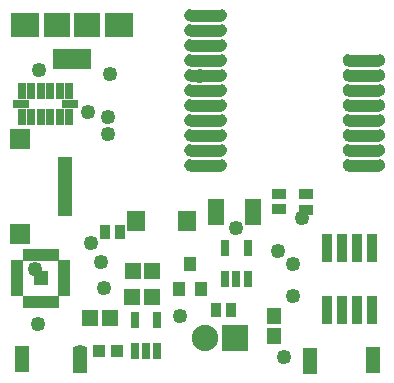
<source format=gts>
G04 MADE WITH FRITZING*
G04 WWW.FRITZING.ORG*
G04 DOUBLE SIDED*
G04 HOLES PLATED*
G04 CONTOUR ON CENTER OF CONTOUR VECTOR*
%ASAXBY*%
%FSLAX23Y23*%
%MOIN*%
%OFA0B0*%
%SFA1.0B1.0*%
%ADD10C,0.088000*%
%ADD11C,0.049370*%
%ADD12R,0.088000X0.088000*%
%ADD13R,0.041496X0.045433*%
%ADD14R,0.057244X0.088740*%
%ADD15R,0.060000X0.067874*%
%ADD16R,0.057244X0.053307*%
%ADD17R,0.041496X0.041496*%
%ADD18R,0.031654X0.057244*%
%ADD19R,0.037559X0.045433*%
%ADD20R,0.029685X0.057244*%
%ADD21R,0.057244X0.029685*%
%ADD22R,0.021811X0.041496*%
%ADD23R,0.041496X0.021811*%
%ADD24R,0.049370X0.049370*%
%ADD25R,0.034000X0.097000*%
%ADD26R,0.045433X0.037559*%
%ADD27R,0.049370X0.088740*%
%ADD28R,0.025748X0.065118*%
%ADD29R,0.088740X0.084803*%
%ADD30R,0.096614X0.084803*%
%ADD31R,0.049370X0.019843*%
%ADD32R,0.069055X0.069055*%
%ADD33R,0.110000X0.042000*%
%ADD34R,0.049370X0.053307*%
%ADD35R,0.001000X0.001000*%
%LNMASK1*%
G90*
G70*
G54D10*
X755Y129D03*
X655Y129D03*
G54D11*
X638Y1002D03*
X757Y496D03*
X978Y529D03*
X948Y375D03*
X897Y419D03*
X274Y445D03*
X947Y268D03*
X308Y382D03*
X317Y296D03*
X336Y1009D03*
X264Y883D03*
X330Y808D03*
X101Y1020D03*
X331Y864D03*
X238Y82D03*
X96Y175D03*
X918Y66D03*
X570Y202D03*
X87Y357D03*
G54D12*
X755Y129D03*
G54D13*
X567Y291D03*
X641Y291D03*
X604Y374D03*
G54D14*
X689Y549D03*
X815Y549D03*
G54D15*
X423Y519D03*
X593Y519D03*
G54D16*
X409Y264D03*
X476Y264D03*
X338Y195D03*
X271Y195D03*
G54D17*
X359Y86D03*
X300Y86D03*
G54D16*
X478Y351D03*
X412Y351D03*
G54D18*
X420Y86D03*
X458Y86D03*
X495Y86D03*
X495Y188D03*
X420Y188D03*
G54D19*
X690Y222D03*
X741Y222D03*
G54D20*
X43Y952D03*
X74Y952D03*
X106Y952D03*
X137Y952D03*
X169Y952D03*
X200Y952D03*
G54D21*
X204Y909D03*
G54D20*
X200Y866D03*
X169Y866D03*
X137Y866D03*
X106Y866D03*
X74Y866D03*
X43Y866D03*
G54D21*
X39Y909D03*
G54D22*
X156Y406D03*
X136Y406D03*
X117Y406D03*
X97Y406D03*
X77Y406D03*
X57Y406D03*
G54D23*
X28Y377D03*
X28Y357D03*
X28Y337D03*
X28Y318D03*
X28Y298D03*
X28Y278D03*
G54D22*
X57Y249D03*
X77Y249D03*
X97Y249D03*
X117Y249D03*
X136Y249D03*
X156Y249D03*
G54D23*
X185Y278D03*
X185Y298D03*
X185Y318D03*
X185Y337D03*
X185Y357D03*
X185Y377D03*
G54D24*
X107Y327D03*
G54D25*
X1061Y222D03*
X1111Y222D03*
X1161Y222D03*
X1211Y222D03*
X1211Y428D03*
X1161Y428D03*
X1111Y428D03*
X1061Y428D03*
G54D19*
X320Y481D03*
X371Y481D03*
G54D26*
X989Y556D03*
X989Y607D03*
G54D27*
X237Y55D03*
X43Y57D03*
X1214Y55D03*
X1005Y53D03*
G54D28*
X210Y1058D03*
X236Y1058D03*
X261Y1058D03*
X185Y1058D03*
X159Y1058D03*
G54D29*
X259Y1170D03*
X161Y1170D03*
G54D30*
X368Y1170D03*
X53Y1170D03*
G54D26*
X901Y558D03*
X901Y609D03*
G54D31*
X187Y722D03*
X187Y702D03*
X187Y682D03*
X187Y662D03*
X187Y643D03*
X187Y623D03*
X187Y603D03*
X187Y584D03*
X187Y564D03*
X187Y544D03*
G54D32*
X36Y790D03*
X36Y475D03*
G54D33*
X1184Y703D03*
X1184Y753D03*
X1184Y803D03*
X1184Y853D03*
X1184Y903D03*
X1184Y953D03*
X1184Y1003D03*
X1184Y1053D03*
X656Y1203D03*
X656Y1153D03*
X656Y1103D03*
X656Y1053D03*
X656Y1003D03*
X656Y953D03*
X656Y903D03*
X656Y853D03*
X656Y803D03*
X656Y753D03*
X656Y703D03*
G54D18*
X721Y325D03*
X758Y325D03*
X796Y325D03*
X796Y428D03*
X721Y428D03*
G54D34*
X884Y202D03*
X884Y135D03*
G54D35*
X601Y1224D02*
X605Y1224D01*
X706Y1224D02*
X710Y1224D01*
X598Y1223D02*
X605Y1223D01*
X706Y1223D02*
X713Y1223D01*
X596Y1222D02*
X605Y1222D01*
X706Y1222D02*
X715Y1222D01*
X594Y1221D02*
X605Y1221D01*
X706Y1221D02*
X716Y1221D01*
X593Y1220D02*
X605Y1220D01*
X706Y1220D02*
X718Y1220D01*
X592Y1219D02*
X605Y1219D01*
X706Y1219D02*
X719Y1219D01*
X591Y1218D02*
X605Y1218D01*
X706Y1218D02*
X720Y1218D01*
X590Y1217D02*
X605Y1217D01*
X706Y1217D02*
X721Y1217D01*
X589Y1216D02*
X605Y1216D01*
X706Y1216D02*
X721Y1216D01*
X589Y1215D02*
X605Y1215D01*
X706Y1215D02*
X722Y1215D01*
X588Y1214D02*
X605Y1214D01*
X706Y1214D02*
X723Y1214D01*
X587Y1213D02*
X605Y1213D01*
X706Y1213D02*
X723Y1213D01*
X587Y1212D02*
X605Y1212D01*
X706Y1212D02*
X724Y1212D01*
X586Y1211D02*
X605Y1211D01*
X706Y1211D02*
X724Y1211D01*
X586Y1210D02*
X605Y1210D01*
X706Y1210D02*
X725Y1210D01*
X586Y1209D02*
X605Y1209D01*
X706Y1209D02*
X725Y1209D01*
X585Y1208D02*
X605Y1208D01*
X706Y1208D02*
X725Y1208D01*
X585Y1207D02*
X605Y1207D01*
X706Y1207D02*
X726Y1207D01*
X585Y1206D02*
X605Y1206D01*
X706Y1206D02*
X726Y1206D01*
X585Y1205D02*
X605Y1205D01*
X706Y1205D02*
X726Y1205D01*
X585Y1204D02*
X605Y1204D01*
X706Y1204D02*
X726Y1204D01*
X585Y1203D02*
X605Y1203D01*
X706Y1203D02*
X726Y1203D01*
X585Y1202D02*
X605Y1202D01*
X706Y1202D02*
X726Y1202D01*
X585Y1201D02*
X605Y1201D01*
X706Y1201D02*
X726Y1201D01*
X585Y1200D02*
X605Y1200D01*
X706Y1200D02*
X725Y1200D01*
X586Y1199D02*
X605Y1199D01*
X706Y1199D02*
X725Y1199D01*
X586Y1198D02*
X605Y1198D01*
X706Y1198D02*
X725Y1198D01*
X586Y1197D02*
X605Y1197D01*
X706Y1197D02*
X724Y1197D01*
X587Y1196D02*
X605Y1196D01*
X706Y1196D02*
X724Y1196D01*
X587Y1195D02*
X605Y1195D01*
X706Y1195D02*
X724Y1195D01*
X588Y1194D02*
X605Y1194D01*
X706Y1194D02*
X723Y1194D01*
X588Y1193D02*
X605Y1193D01*
X706Y1193D02*
X722Y1193D01*
X589Y1192D02*
X605Y1192D01*
X706Y1192D02*
X722Y1192D01*
X590Y1191D02*
X605Y1191D01*
X706Y1191D02*
X721Y1191D01*
X591Y1190D02*
X605Y1190D01*
X706Y1190D02*
X720Y1190D01*
X592Y1189D02*
X605Y1189D01*
X706Y1189D02*
X719Y1189D01*
X593Y1188D02*
X605Y1188D01*
X706Y1188D02*
X718Y1188D01*
X594Y1187D02*
X605Y1187D01*
X706Y1187D02*
X717Y1187D01*
X596Y1186D02*
X605Y1186D01*
X706Y1186D02*
X715Y1186D01*
X597Y1185D02*
X605Y1185D01*
X706Y1185D02*
X713Y1185D01*
X600Y1184D02*
X605Y1184D01*
X706Y1184D02*
X711Y1184D01*
X604Y1183D02*
X605Y1183D01*
X706Y1183D02*
X707Y1183D01*
X601Y1174D02*
X605Y1174D01*
X706Y1174D02*
X710Y1174D01*
X598Y1173D02*
X605Y1173D01*
X706Y1173D02*
X713Y1173D01*
X596Y1172D02*
X605Y1172D01*
X706Y1172D02*
X715Y1172D01*
X594Y1171D02*
X605Y1171D01*
X706Y1171D02*
X716Y1171D01*
X593Y1170D02*
X605Y1170D01*
X706Y1170D02*
X718Y1170D01*
X592Y1169D02*
X605Y1169D01*
X706Y1169D02*
X719Y1169D01*
X591Y1168D02*
X605Y1168D01*
X706Y1168D02*
X720Y1168D01*
X590Y1167D02*
X605Y1167D01*
X706Y1167D02*
X721Y1167D01*
X589Y1166D02*
X605Y1166D01*
X706Y1166D02*
X721Y1166D01*
X589Y1165D02*
X605Y1165D01*
X706Y1165D02*
X722Y1165D01*
X588Y1164D02*
X605Y1164D01*
X706Y1164D02*
X723Y1164D01*
X587Y1163D02*
X605Y1163D01*
X706Y1163D02*
X723Y1163D01*
X587Y1162D02*
X605Y1162D01*
X706Y1162D02*
X724Y1162D01*
X586Y1161D02*
X605Y1161D01*
X706Y1161D02*
X724Y1161D01*
X586Y1160D02*
X605Y1160D01*
X706Y1160D02*
X725Y1160D01*
X586Y1159D02*
X605Y1159D01*
X706Y1159D02*
X725Y1159D01*
X585Y1158D02*
X605Y1158D01*
X706Y1158D02*
X725Y1158D01*
X585Y1157D02*
X605Y1157D01*
X706Y1157D02*
X726Y1157D01*
X585Y1156D02*
X605Y1156D01*
X706Y1156D02*
X726Y1156D01*
X585Y1155D02*
X605Y1155D01*
X706Y1155D02*
X726Y1155D01*
X585Y1154D02*
X605Y1154D01*
X706Y1154D02*
X726Y1154D01*
X585Y1153D02*
X605Y1153D01*
X706Y1153D02*
X726Y1153D01*
X585Y1152D02*
X605Y1152D01*
X706Y1152D02*
X726Y1152D01*
X585Y1151D02*
X605Y1151D01*
X706Y1151D02*
X726Y1151D01*
X585Y1150D02*
X605Y1150D01*
X706Y1150D02*
X725Y1150D01*
X586Y1149D02*
X605Y1149D01*
X706Y1149D02*
X725Y1149D01*
X586Y1148D02*
X605Y1148D01*
X706Y1148D02*
X725Y1148D01*
X586Y1147D02*
X605Y1147D01*
X706Y1147D02*
X724Y1147D01*
X587Y1146D02*
X605Y1146D01*
X706Y1146D02*
X724Y1146D01*
X587Y1145D02*
X605Y1145D01*
X706Y1145D02*
X724Y1145D01*
X588Y1144D02*
X605Y1144D01*
X706Y1144D02*
X723Y1144D01*
X588Y1143D02*
X605Y1143D01*
X706Y1143D02*
X722Y1143D01*
X589Y1142D02*
X605Y1142D01*
X706Y1142D02*
X722Y1142D01*
X590Y1141D02*
X605Y1141D01*
X706Y1141D02*
X721Y1141D01*
X591Y1140D02*
X605Y1140D01*
X706Y1140D02*
X720Y1140D01*
X592Y1139D02*
X605Y1139D01*
X706Y1139D02*
X719Y1139D01*
X593Y1138D02*
X605Y1138D01*
X706Y1138D02*
X718Y1138D01*
X594Y1137D02*
X605Y1137D01*
X706Y1137D02*
X717Y1137D01*
X596Y1136D02*
X605Y1136D01*
X706Y1136D02*
X715Y1136D01*
X597Y1135D02*
X605Y1135D01*
X706Y1135D02*
X713Y1135D01*
X600Y1134D02*
X605Y1134D01*
X706Y1134D02*
X711Y1134D01*
X604Y1133D02*
X605Y1133D01*
X706Y1133D02*
X707Y1133D01*
X601Y1124D02*
X605Y1124D01*
X706Y1124D02*
X710Y1124D01*
X598Y1123D02*
X605Y1123D01*
X706Y1123D02*
X713Y1123D01*
X596Y1122D02*
X605Y1122D01*
X706Y1122D02*
X715Y1122D01*
X594Y1121D02*
X605Y1121D01*
X706Y1121D02*
X716Y1121D01*
X593Y1120D02*
X605Y1120D01*
X706Y1120D02*
X718Y1120D01*
X592Y1119D02*
X605Y1119D01*
X706Y1119D02*
X719Y1119D01*
X591Y1118D02*
X605Y1118D01*
X706Y1118D02*
X720Y1118D01*
X590Y1117D02*
X605Y1117D01*
X706Y1117D02*
X721Y1117D01*
X589Y1116D02*
X605Y1116D01*
X706Y1116D02*
X722Y1116D01*
X588Y1115D02*
X605Y1115D01*
X706Y1115D02*
X722Y1115D01*
X588Y1114D02*
X605Y1114D01*
X706Y1114D02*
X723Y1114D01*
X587Y1113D02*
X605Y1113D01*
X706Y1113D02*
X723Y1113D01*
X587Y1112D02*
X605Y1112D01*
X706Y1112D02*
X724Y1112D01*
X586Y1111D02*
X605Y1111D01*
X706Y1111D02*
X724Y1111D01*
X586Y1110D02*
X605Y1110D01*
X706Y1110D02*
X725Y1110D01*
X586Y1109D02*
X605Y1109D01*
X706Y1109D02*
X725Y1109D01*
X585Y1108D02*
X605Y1108D01*
X706Y1108D02*
X725Y1108D01*
X585Y1107D02*
X605Y1107D01*
X706Y1107D02*
X726Y1107D01*
X585Y1106D02*
X605Y1106D01*
X706Y1106D02*
X726Y1106D01*
X585Y1105D02*
X605Y1105D01*
X706Y1105D02*
X726Y1105D01*
X585Y1104D02*
X605Y1104D01*
X706Y1104D02*
X726Y1104D01*
X585Y1103D02*
X605Y1103D01*
X706Y1103D02*
X726Y1103D01*
X585Y1102D02*
X605Y1102D01*
X706Y1102D02*
X726Y1102D01*
X585Y1101D02*
X605Y1101D01*
X706Y1101D02*
X726Y1101D01*
X585Y1100D02*
X605Y1100D01*
X706Y1100D02*
X725Y1100D01*
X586Y1099D02*
X605Y1099D01*
X706Y1099D02*
X725Y1099D01*
X586Y1098D02*
X605Y1098D01*
X706Y1098D02*
X725Y1098D01*
X586Y1097D02*
X605Y1097D01*
X706Y1097D02*
X724Y1097D01*
X587Y1096D02*
X605Y1096D01*
X706Y1096D02*
X724Y1096D01*
X587Y1095D02*
X605Y1095D01*
X706Y1095D02*
X723Y1095D01*
X588Y1094D02*
X605Y1094D01*
X706Y1094D02*
X723Y1094D01*
X588Y1093D02*
X605Y1093D01*
X706Y1093D02*
X722Y1093D01*
X589Y1092D02*
X605Y1092D01*
X706Y1092D02*
X722Y1092D01*
X590Y1091D02*
X605Y1091D01*
X706Y1091D02*
X721Y1091D01*
X591Y1090D02*
X605Y1090D01*
X706Y1090D02*
X720Y1090D01*
X592Y1089D02*
X605Y1089D01*
X706Y1089D02*
X719Y1089D01*
X593Y1088D02*
X605Y1088D01*
X706Y1088D02*
X718Y1088D01*
X594Y1087D02*
X605Y1087D01*
X706Y1087D02*
X717Y1087D01*
X596Y1086D02*
X605Y1086D01*
X706Y1086D02*
X715Y1086D01*
X597Y1085D02*
X605Y1085D01*
X706Y1085D02*
X713Y1085D01*
X600Y1084D02*
X605Y1084D01*
X706Y1084D02*
X711Y1084D01*
X605Y1083D02*
X605Y1083D01*
X706Y1083D02*
X706Y1083D01*
X600Y1074D02*
X605Y1074D01*
X706Y1074D02*
X710Y1074D01*
X1128Y1074D02*
X1133Y1074D01*
X1233Y1074D02*
X1238Y1074D01*
X598Y1073D02*
X605Y1073D01*
X706Y1073D02*
X713Y1073D01*
X1125Y1073D02*
X1133Y1073D01*
X1233Y1073D02*
X1241Y1073D01*
X596Y1072D02*
X605Y1072D01*
X706Y1072D02*
X715Y1072D01*
X1124Y1072D02*
X1133Y1072D01*
X1233Y1072D02*
X1242Y1072D01*
X594Y1071D02*
X605Y1071D01*
X706Y1071D02*
X716Y1071D01*
X1122Y1071D02*
X1133Y1071D01*
X1233Y1071D02*
X1244Y1071D01*
X593Y1070D02*
X605Y1070D01*
X706Y1070D02*
X718Y1070D01*
X1121Y1070D02*
X1133Y1070D01*
X1233Y1070D02*
X1245Y1070D01*
X592Y1069D02*
X605Y1069D01*
X706Y1069D02*
X719Y1069D01*
X1120Y1069D02*
X1133Y1069D01*
X1233Y1069D02*
X1247Y1069D01*
X591Y1068D02*
X605Y1068D01*
X706Y1068D02*
X720Y1068D01*
X1119Y1068D02*
X1133Y1068D01*
X1233Y1068D02*
X1248Y1068D01*
X590Y1067D02*
X605Y1067D01*
X706Y1067D02*
X721Y1067D01*
X1118Y1067D02*
X1133Y1067D01*
X1233Y1067D02*
X1248Y1067D01*
X589Y1066D02*
X605Y1066D01*
X706Y1066D02*
X722Y1066D01*
X1117Y1066D02*
X1133Y1066D01*
X1233Y1066D02*
X1249Y1066D01*
X588Y1065D02*
X605Y1065D01*
X706Y1065D02*
X722Y1065D01*
X1116Y1065D02*
X1133Y1065D01*
X1233Y1065D02*
X1250Y1065D01*
X588Y1064D02*
X605Y1064D01*
X706Y1064D02*
X723Y1064D01*
X1116Y1064D02*
X1133Y1064D01*
X1233Y1064D02*
X1250Y1064D01*
X587Y1063D02*
X605Y1063D01*
X706Y1063D02*
X723Y1063D01*
X1115Y1063D02*
X1133Y1063D01*
X1233Y1063D02*
X1251Y1063D01*
X587Y1062D02*
X605Y1062D01*
X706Y1062D02*
X724Y1062D01*
X1114Y1062D02*
X1133Y1062D01*
X1233Y1062D02*
X1252Y1062D01*
X586Y1061D02*
X605Y1061D01*
X706Y1061D02*
X724Y1061D01*
X1114Y1061D02*
X1133Y1061D01*
X1233Y1061D02*
X1252Y1061D01*
X586Y1060D02*
X605Y1060D01*
X706Y1060D02*
X725Y1060D01*
X1114Y1060D02*
X1133Y1060D01*
X1233Y1060D02*
X1252Y1060D01*
X586Y1059D02*
X605Y1059D01*
X706Y1059D02*
X725Y1059D01*
X1113Y1059D02*
X1133Y1059D01*
X1233Y1059D02*
X1253Y1059D01*
X585Y1058D02*
X605Y1058D01*
X706Y1058D02*
X725Y1058D01*
X1113Y1058D02*
X1133Y1058D01*
X1233Y1058D02*
X1253Y1058D01*
X585Y1057D02*
X605Y1057D01*
X706Y1057D02*
X726Y1057D01*
X1113Y1057D02*
X1133Y1057D01*
X1233Y1057D02*
X1253Y1057D01*
X585Y1056D02*
X605Y1056D01*
X706Y1056D02*
X726Y1056D01*
X1113Y1056D02*
X1133Y1056D01*
X1233Y1056D02*
X1253Y1056D01*
X585Y1055D02*
X605Y1055D01*
X706Y1055D02*
X726Y1055D01*
X1113Y1055D02*
X1133Y1055D01*
X1233Y1055D02*
X1253Y1055D01*
X585Y1054D02*
X605Y1054D01*
X706Y1054D02*
X726Y1054D01*
X1113Y1054D02*
X1133Y1054D01*
X1233Y1054D02*
X1253Y1054D01*
X585Y1053D02*
X605Y1053D01*
X706Y1053D02*
X726Y1053D01*
X1113Y1053D02*
X1133Y1053D01*
X1233Y1053D02*
X1253Y1053D01*
X585Y1052D02*
X605Y1052D01*
X706Y1052D02*
X726Y1052D01*
X1113Y1052D02*
X1133Y1052D01*
X1233Y1052D02*
X1253Y1052D01*
X585Y1051D02*
X605Y1051D01*
X706Y1051D02*
X726Y1051D01*
X1113Y1051D02*
X1133Y1051D01*
X1233Y1051D02*
X1253Y1051D01*
X585Y1050D02*
X605Y1050D01*
X706Y1050D02*
X725Y1050D01*
X1113Y1050D02*
X1133Y1050D01*
X1233Y1050D02*
X1253Y1050D01*
X586Y1049D02*
X605Y1049D01*
X706Y1049D02*
X725Y1049D01*
X1113Y1049D02*
X1133Y1049D01*
X1233Y1049D02*
X1253Y1049D01*
X586Y1048D02*
X605Y1048D01*
X706Y1048D02*
X725Y1048D01*
X1114Y1048D02*
X1133Y1048D01*
X1233Y1048D02*
X1252Y1048D01*
X586Y1047D02*
X605Y1047D01*
X706Y1047D02*
X724Y1047D01*
X1114Y1047D02*
X1133Y1047D01*
X1233Y1047D02*
X1252Y1047D01*
X587Y1046D02*
X605Y1046D01*
X706Y1046D02*
X724Y1046D01*
X1114Y1046D02*
X1133Y1046D01*
X1233Y1046D02*
X1252Y1046D01*
X587Y1045D02*
X605Y1045D01*
X706Y1045D02*
X723Y1045D01*
X1115Y1045D02*
X1133Y1045D01*
X1233Y1045D02*
X1251Y1045D01*
X588Y1044D02*
X605Y1044D01*
X706Y1044D02*
X723Y1044D01*
X1115Y1044D02*
X1133Y1044D01*
X1233Y1044D02*
X1251Y1044D01*
X588Y1043D02*
X605Y1043D01*
X706Y1043D02*
X722Y1043D01*
X1116Y1043D02*
X1133Y1043D01*
X1233Y1043D02*
X1250Y1043D01*
X589Y1042D02*
X605Y1042D01*
X706Y1042D02*
X722Y1042D01*
X1117Y1042D02*
X1133Y1042D01*
X1233Y1042D02*
X1249Y1042D01*
X590Y1041D02*
X605Y1041D01*
X706Y1041D02*
X721Y1041D01*
X1118Y1041D02*
X1133Y1041D01*
X1233Y1041D02*
X1248Y1041D01*
X591Y1040D02*
X605Y1040D01*
X706Y1040D02*
X720Y1040D01*
X1118Y1040D02*
X1133Y1040D01*
X1233Y1040D02*
X1248Y1040D01*
X592Y1039D02*
X605Y1039D01*
X706Y1039D02*
X719Y1039D01*
X1119Y1039D02*
X1133Y1039D01*
X1233Y1039D02*
X1247Y1039D01*
X593Y1038D02*
X605Y1038D01*
X706Y1038D02*
X718Y1038D01*
X1121Y1038D02*
X1133Y1038D01*
X1233Y1038D02*
X1245Y1038D01*
X594Y1037D02*
X605Y1037D01*
X706Y1037D02*
X717Y1037D01*
X1122Y1037D02*
X1133Y1037D01*
X1233Y1037D02*
X1244Y1037D01*
X596Y1036D02*
X605Y1036D01*
X706Y1036D02*
X715Y1036D01*
X1123Y1036D02*
X1133Y1036D01*
X1233Y1036D02*
X1243Y1036D01*
X598Y1035D02*
X605Y1035D01*
X706Y1035D02*
X713Y1035D01*
X1125Y1035D02*
X1133Y1035D01*
X1233Y1035D02*
X1241Y1035D01*
X600Y1034D02*
X605Y1034D01*
X706Y1034D02*
X711Y1034D01*
X1128Y1034D02*
X1133Y1034D01*
X1233Y1034D02*
X1238Y1034D01*
X706Y1033D02*
X706Y1033D01*
X600Y1024D02*
X605Y1024D01*
X706Y1024D02*
X710Y1024D01*
X1128Y1024D02*
X1133Y1024D01*
X1233Y1024D02*
X1238Y1024D01*
X598Y1023D02*
X605Y1023D01*
X706Y1023D02*
X713Y1023D01*
X1125Y1023D02*
X1133Y1023D01*
X1233Y1023D02*
X1241Y1023D01*
X596Y1022D02*
X605Y1022D01*
X706Y1022D02*
X715Y1022D01*
X1124Y1022D02*
X1133Y1022D01*
X1233Y1022D02*
X1243Y1022D01*
X594Y1021D02*
X605Y1021D01*
X706Y1021D02*
X717Y1021D01*
X1122Y1021D02*
X1133Y1021D01*
X1233Y1021D02*
X1244Y1021D01*
X593Y1020D02*
X605Y1020D01*
X706Y1020D02*
X718Y1020D01*
X1121Y1020D02*
X1133Y1020D01*
X1233Y1020D02*
X1245Y1020D01*
X592Y1019D02*
X605Y1019D01*
X706Y1019D02*
X719Y1019D01*
X1119Y1019D02*
X1133Y1019D01*
X1233Y1019D02*
X1247Y1019D01*
X591Y1018D02*
X605Y1018D01*
X706Y1018D02*
X720Y1018D01*
X1118Y1018D02*
X1133Y1018D01*
X1233Y1018D02*
X1248Y1018D01*
X590Y1017D02*
X605Y1017D01*
X706Y1017D02*
X721Y1017D01*
X1118Y1017D02*
X1133Y1017D01*
X1233Y1017D02*
X1248Y1017D01*
X589Y1016D02*
X605Y1016D01*
X706Y1016D02*
X722Y1016D01*
X1117Y1016D02*
X1133Y1016D01*
X1233Y1016D02*
X1249Y1016D01*
X588Y1015D02*
X605Y1015D01*
X706Y1015D02*
X722Y1015D01*
X1116Y1015D02*
X1133Y1015D01*
X1233Y1015D02*
X1250Y1015D01*
X588Y1014D02*
X605Y1014D01*
X706Y1014D02*
X723Y1014D01*
X1116Y1014D02*
X1133Y1014D01*
X1233Y1014D02*
X1251Y1014D01*
X587Y1013D02*
X605Y1013D01*
X706Y1013D02*
X723Y1013D01*
X1115Y1013D02*
X1133Y1013D01*
X1233Y1013D02*
X1251Y1013D01*
X587Y1012D02*
X605Y1012D01*
X706Y1012D02*
X724Y1012D01*
X1114Y1012D02*
X1133Y1012D01*
X1233Y1012D02*
X1252Y1012D01*
X586Y1011D02*
X605Y1011D01*
X706Y1011D02*
X724Y1011D01*
X1114Y1011D02*
X1133Y1011D01*
X1233Y1011D02*
X1252Y1011D01*
X586Y1010D02*
X605Y1010D01*
X706Y1010D02*
X725Y1010D01*
X1114Y1010D02*
X1133Y1010D01*
X1233Y1010D02*
X1252Y1010D01*
X586Y1009D02*
X605Y1009D01*
X706Y1009D02*
X725Y1009D01*
X1113Y1009D02*
X1133Y1009D01*
X1233Y1009D02*
X1253Y1009D01*
X585Y1008D02*
X605Y1008D01*
X706Y1008D02*
X725Y1008D01*
X1113Y1008D02*
X1133Y1008D01*
X1233Y1008D02*
X1253Y1008D01*
X585Y1007D02*
X605Y1007D01*
X706Y1007D02*
X726Y1007D01*
X1113Y1007D02*
X1133Y1007D01*
X1233Y1007D02*
X1253Y1007D01*
X585Y1006D02*
X605Y1006D01*
X706Y1006D02*
X726Y1006D01*
X1113Y1006D02*
X1133Y1006D01*
X1233Y1006D02*
X1253Y1006D01*
X585Y1005D02*
X605Y1005D01*
X706Y1005D02*
X726Y1005D01*
X1113Y1005D02*
X1133Y1005D01*
X1233Y1005D02*
X1253Y1005D01*
X585Y1004D02*
X605Y1004D01*
X706Y1004D02*
X726Y1004D01*
X1113Y1004D02*
X1133Y1004D01*
X1233Y1004D02*
X1253Y1004D01*
X585Y1003D02*
X605Y1003D01*
X706Y1003D02*
X726Y1003D01*
X1113Y1003D02*
X1133Y1003D01*
X1233Y1003D02*
X1253Y1003D01*
X585Y1002D02*
X605Y1002D01*
X706Y1002D02*
X726Y1002D01*
X1113Y1002D02*
X1133Y1002D01*
X1233Y1002D02*
X1253Y1002D01*
X585Y1001D02*
X605Y1001D01*
X706Y1001D02*
X726Y1001D01*
X1113Y1001D02*
X1133Y1001D01*
X1233Y1001D02*
X1253Y1001D01*
X585Y1000D02*
X605Y1000D01*
X706Y1000D02*
X725Y1000D01*
X1113Y1000D02*
X1133Y1000D01*
X1233Y1000D02*
X1253Y1000D01*
X586Y999D02*
X605Y999D01*
X706Y999D02*
X725Y999D01*
X1113Y999D02*
X1133Y999D01*
X1233Y999D02*
X1253Y999D01*
X586Y998D02*
X605Y998D01*
X706Y998D02*
X725Y998D01*
X1114Y998D02*
X1133Y998D01*
X1233Y998D02*
X1252Y998D01*
X586Y997D02*
X605Y997D01*
X706Y997D02*
X724Y997D01*
X1114Y997D02*
X1133Y997D01*
X1233Y997D02*
X1252Y997D01*
X587Y996D02*
X605Y996D01*
X706Y996D02*
X724Y996D01*
X1114Y996D02*
X1133Y996D01*
X1233Y996D02*
X1252Y996D01*
X587Y995D02*
X605Y995D01*
X706Y995D02*
X723Y995D01*
X1115Y995D02*
X1133Y995D01*
X1233Y995D02*
X1251Y995D01*
X588Y994D02*
X605Y994D01*
X706Y994D02*
X723Y994D01*
X1116Y994D02*
X1133Y994D01*
X1233Y994D02*
X1251Y994D01*
X588Y993D02*
X605Y993D01*
X706Y993D02*
X722Y993D01*
X1116Y993D02*
X1133Y993D01*
X1233Y993D02*
X1250Y993D01*
X589Y992D02*
X605Y992D01*
X706Y992D02*
X722Y992D01*
X1117Y992D02*
X1133Y992D01*
X1233Y992D02*
X1249Y992D01*
X590Y991D02*
X605Y991D01*
X706Y991D02*
X721Y991D01*
X1118Y991D02*
X1133Y991D01*
X1233Y991D02*
X1248Y991D01*
X591Y990D02*
X605Y990D01*
X706Y990D02*
X720Y990D01*
X1118Y990D02*
X1133Y990D01*
X1233Y990D02*
X1248Y990D01*
X592Y989D02*
X605Y989D01*
X706Y989D02*
X719Y989D01*
X1119Y989D02*
X1133Y989D01*
X1233Y989D02*
X1247Y989D01*
X593Y988D02*
X605Y988D01*
X706Y988D02*
X718Y988D01*
X1121Y988D02*
X1133Y988D01*
X1233Y988D02*
X1245Y988D01*
X594Y987D02*
X605Y987D01*
X706Y987D02*
X717Y987D01*
X1122Y987D02*
X1133Y987D01*
X1233Y987D02*
X1244Y987D01*
X596Y986D02*
X605Y986D01*
X706Y986D02*
X715Y986D01*
X1123Y986D02*
X1133Y986D01*
X1233Y986D02*
X1243Y986D01*
X598Y985D02*
X605Y985D01*
X706Y985D02*
X713Y985D01*
X1125Y985D02*
X1133Y985D01*
X1233Y985D02*
X1241Y985D01*
X600Y984D02*
X605Y984D01*
X706Y984D02*
X711Y984D01*
X1128Y984D02*
X1133Y984D01*
X1233Y984D02*
X1238Y984D01*
X600Y974D02*
X605Y974D01*
X706Y974D02*
X711Y974D01*
X1128Y974D02*
X1133Y974D01*
X1233Y974D02*
X1238Y974D01*
X598Y973D02*
X605Y973D01*
X706Y973D02*
X713Y973D01*
X1125Y973D02*
X1133Y973D01*
X1233Y973D02*
X1241Y973D01*
X596Y972D02*
X605Y972D01*
X706Y972D02*
X715Y972D01*
X1123Y972D02*
X1133Y972D01*
X1233Y972D02*
X1243Y972D01*
X594Y971D02*
X605Y971D01*
X706Y971D02*
X717Y971D01*
X1122Y971D02*
X1133Y971D01*
X1233Y971D02*
X1244Y971D01*
X593Y970D02*
X605Y970D01*
X706Y970D02*
X718Y970D01*
X1121Y970D02*
X1133Y970D01*
X1233Y970D02*
X1245Y970D01*
X592Y969D02*
X605Y969D01*
X706Y969D02*
X719Y969D01*
X1119Y969D02*
X1133Y969D01*
X1233Y969D02*
X1247Y969D01*
X591Y968D02*
X605Y968D01*
X706Y968D02*
X720Y968D01*
X1118Y968D02*
X1133Y968D01*
X1233Y968D02*
X1248Y968D01*
X590Y967D02*
X605Y967D01*
X706Y967D02*
X721Y967D01*
X1118Y967D02*
X1133Y967D01*
X1233Y967D02*
X1248Y967D01*
X589Y966D02*
X605Y966D01*
X706Y966D02*
X722Y966D01*
X1117Y966D02*
X1133Y966D01*
X1233Y966D02*
X1249Y966D01*
X588Y965D02*
X605Y965D01*
X706Y965D02*
X722Y965D01*
X1116Y965D02*
X1133Y965D01*
X1233Y965D02*
X1250Y965D01*
X588Y964D02*
X605Y964D01*
X706Y964D02*
X723Y964D01*
X1116Y964D02*
X1133Y964D01*
X1233Y964D02*
X1251Y964D01*
X587Y963D02*
X605Y963D01*
X706Y963D02*
X723Y963D01*
X1115Y963D02*
X1133Y963D01*
X1233Y963D02*
X1251Y963D01*
X587Y962D02*
X605Y962D01*
X706Y962D02*
X724Y962D01*
X1114Y962D02*
X1133Y962D01*
X1233Y962D02*
X1252Y962D01*
X586Y961D02*
X605Y961D01*
X706Y961D02*
X724Y961D01*
X1114Y961D02*
X1133Y961D01*
X1233Y961D02*
X1252Y961D01*
X586Y960D02*
X605Y960D01*
X706Y960D02*
X725Y960D01*
X1114Y960D02*
X1133Y960D01*
X1233Y960D02*
X1252Y960D01*
X586Y959D02*
X605Y959D01*
X706Y959D02*
X725Y959D01*
X1113Y959D02*
X1133Y959D01*
X1233Y959D02*
X1253Y959D01*
X585Y958D02*
X605Y958D01*
X706Y958D02*
X725Y958D01*
X1113Y958D02*
X1133Y958D01*
X1233Y958D02*
X1253Y958D01*
X585Y957D02*
X605Y957D01*
X706Y957D02*
X726Y957D01*
X1113Y957D02*
X1133Y957D01*
X1233Y957D02*
X1253Y957D01*
X585Y956D02*
X605Y956D01*
X706Y956D02*
X726Y956D01*
X1113Y956D02*
X1133Y956D01*
X1233Y956D02*
X1253Y956D01*
X585Y955D02*
X605Y955D01*
X706Y955D02*
X726Y955D01*
X1113Y955D02*
X1133Y955D01*
X1233Y955D02*
X1253Y955D01*
X585Y954D02*
X605Y954D01*
X706Y954D02*
X726Y954D01*
X1113Y954D02*
X1133Y954D01*
X1233Y954D02*
X1253Y954D01*
X585Y953D02*
X605Y953D01*
X706Y953D02*
X726Y953D01*
X1113Y953D02*
X1133Y953D01*
X1233Y953D02*
X1253Y953D01*
X585Y952D02*
X605Y952D01*
X706Y952D02*
X726Y952D01*
X1113Y952D02*
X1133Y952D01*
X1233Y952D02*
X1253Y952D01*
X585Y951D02*
X605Y951D01*
X706Y951D02*
X726Y951D01*
X1113Y951D02*
X1133Y951D01*
X1233Y951D02*
X1253Y951D01*
X585Y950D02*
X605Y950D01*
X706Y950D02*
X725Y950D01*
X1113Y950D02*
X1133Y950D01*
X1233Y950D02*
X1253Y950D01*
X586Y949D02*
X605Y949D01*
X706Y949D02*
X725Y949D01*
X1113Y949D02*
X1133Y949D01*
X1233Y949D02*
X1253Y949D01*
X586Y948D02*
X605Y948D01*
X706Y948D02*
X725Y948D01*
X1114Y948D02*
X1133Y948D01*
X1233Y948D02*
X1252Y948D01*
X586Y947D02*
X605Y947D01*
X706Y947D02*
X724Y947D01*
X1114Y947D02*
X1133Y947D01*
X1233Y947D02*
X1252Y947D01*
X587Y946D02*
X605Y946D01*
X706Y946D02*
X724Y946D01*
X1114Y946D02*
X1133Y946D01*
X1233Y946D02*
X1252Y946D01*
X587Y945D02*
X605Y945D01*
X706Y945D02*
X723Y945D01*
X1115Y945D02*
X1133Y945D01*
X1233Y945D02*
X1251Y945D01*
X588Y944D02*
X605Y944D01*
X706Y944D02*
X723Y944D01*
X1116Y944D02*
X1133Y944D01*
X1233Y944D02*
X1251Y944D01*
X588Y943D02*
X605Y943D01*
X706Y943D02*
X722Y943D01*
X1116Y943D02*
X1133Y943D01*
X1233Y943D02*
X1250Y943D01*
X589Y942D02*
X605Y942D01*
X706Y942D02*
X722Y942D01*
X1117Y942D02*
X1133Y942D01*
X1233Y942D02*
X1249Y942D01*
X590Y941D02*
X605Y941D01*
X706Y941D02*
X721Y941D01*
X1118Y941D02*
X1133Y941D01*
X1233Y941D02*
X1248Y941D01*
X591Y940D02*
X605Y940D01*
X706Y940D02*
X720Y940D01*
X1118Y940D02*
X1133Y940D01*
X1233Y940D02*
X1248Y940D01*
X592Y939D02*
X605Y939D01*
X706Y939D02*
X719Y939D01*
X1119Y939D02*
X1133Y939D01*
X1233Y939D02*
X1247Y939D01*
X593Y938D02*
X605Y938D01*
X706Y938D02*
X718Y938D01*
X1121Y938D02*
X1133Y938D01*
X1233Y938D02*
X1245Y938D01*
X594Y937D02*
X605Y937D01*
X706Y937D02*
X717Y937D01*
X1122Y937D02*
X1133Y937D01*
X1233Y937D02*
X1244Y937D01*
X596Y936D02*
X605Y936D01*
X706Y936D02*
X715Y936D01*
X1124Y936D02*
X1133Y936D01*
X1233Y936D02*
X1243Y936D01*
X598Y935D02*
X605Y935D01*
X706Y935D02*
X713Y935D01*
X1125Y935D02*
X1133Y935D01*
X1233Y935D02*
X1241Y935D01*
X600Y934D02*
X605Y934D01*
X706Y934D02*
X710Y934D01*
X1128Y934D02*
X1133Y934D01*
X1233Y934D02*
X1238Y934D01*
X706Y925D02*
X706Y925D01*
X600Y924D02*
X605Y924D01*
X706Y924D02*
X711Y924D01*
X1128Y924D02*
X1133Y924D01*
X1233Y924D02*
X1238Y924D01*
X598Y923D02*
X605Y923D01*
X706Y923D02*
X713Y923D01*
X1125Y923D02*
X1133Y923D01*
X1233Y923D02*
X1241Y923D01*
X596Y922D02*
X605Y922D01*
X706Y922D02*
X715Y922D01*
X1123Y922D02*
X1133Y922D01*
X1233Y922D02*
X1243Y922D01*
X594Y921D02*
X605Y921D01*
X706Y921D02*
X717Y921D01*
X1122Y921D02*
X1133Y921D01*
X1233Y921D02*
X1244Y921D01*
X593Y920D02*
X605Y920D01*
X706Y920D02*
X718Y920D01*
X1121Y920D02*
X1133Y920D01*
X1233Y920D02*
X1245Y920D01*
X592Y919D02*
X605Y919D01*
X706Y919D02*
X719Y919D01*
X1119Y919D02*
X1133Y919D01*
X1233Y919D02*
X1247Y919D01*
X591Y918D02*
X605Y918D01*
X706Y918D02*
X720Y918D01*
X1118Y918D02*
X1133Y918D01*
X1233Y918D02*
X1248Y918D01*
X590Y917D02*
X605Y917D01*
X706Y917D02*
X721Y917D01*
X1118Y917D02*
X1133Y917D01*
X1233Y917D02*
X1248Y917D01*
X589Y916D02*
X605Y916D01*
X706Y916D02*
X722Y916D01*
X1117Y916D02*
X1133Y916D01*
X1233Y916D02*
X1249Y916D01*
X588Y915D02*
X605Y915D01*
X706Y915D02*
X722Y915D01*
X1116Y915D02*
X1133Y915D01*
X1233Y915D02*
X1250Y915D01*
X588Y914D02*
X605Y914D01*
X706Y914D02*
X723Y914D01*
X1115Y914D02*
X1133Y914D01*
X1233Y914D02*
X1251Y914D01*
X587Y913D02*
X605Y913D01*
X706Y913D02*
X723Y913D01*
X1115Y913D02*
X1133Y913D01*
X1233Y913D02*
X1251Y913D01*
X587Y912D02*
X605Y912D01*
X706Y912D02*
X724Y912D01*
X1114Y912D02*
X1133Y912D01*
X1233Y912D02*
X1252Y912D01*
X586Y911D02*
X605Y911D01*
X706Y911D02*
X724Y911D01*
X1114Y911D02*
X1133Y911D01*
X1233Y911D02*
X1252Y911D01*
X586Y910D02*
X605Y910D01*
X706Y910D02*
X725Y910D01*
X1114Y910D02*
X1133Y910D01*
X1233Y910D02*
X1252Y910D01*
X586Y909D02*
X605Y909D01*
X706Y909D02*
X725Y909D01*
X1113Y909D02*
X1133Y909D01*
X1233Y909D02*
X1253Y909D01*
X585Y908D02*
X605Y908D01*
X706Y908D02*
X725Y908D01*
X1113Y908D02*
X1133Y908D01*
X1233Y908D02*
X1253Y908D01*
X585Y907D02*
X605Y907D01*
X706Y907D02*
X726Y907D01*
X1113Y907D02*
X1133Y907D01*
X1233Y907D02*
X1253Y907D01*
X585Y906D02*
X605Y906D01*
X706Y906D02*
X726Y906D01*
X1113Y906D02*
X1133Y906D01*
X1233Y906D02*
X1253Y906D01*
X585Y905D02*
X605Y905D01*
X706Y905D02*
X726Y905D01*
X1113Y905D02*
X1133Y905D01*
X1233Y905D02*
X1253Y905D01*
X585Y904D02*
X605Y904D01*
X706Y904D02*
X726Y904D01*
X1113Y904D02*
X1133Y904D01*
X1233Y904D02*
X1253Y904D01*
X585Y903D02*
X605Y903D01*
X706Y903D02*
X726Y903D01*
X1113Y903D02*
X1133Y903D01*
X1233Y903D02*
X1253Y903D01*
X585Y902D02*
X605Y902D01*
X706Y902D02*
X726Y902D01*
X1113Y902D02*
X1133Y902D01*
X1233Y902D02*
X1253Y902D01*
X585Y901D02*
X605Y901D01*
X706Y901D02*
X726Y901D01*
X1113Y901D02*
X1133Y901D01*
X1233Y901D02*
X1253Y901D01*
X585Y900D02*
X605Y900D01*
X706Y900D02*
X725Y900D01*
X1113Y900D02*
X1133Y900D01*
X1233Y900D02*
X1253Y900D01*
X586Y899D02*
X605Y899D01*
X706Y899D02*
X725Y899D01*
X1113Y899D02*
X1133Y899D01*
X1233Y899D02*
X1253Y899D01*
X586Y898D02*
X605Y898D01*
X706Y898D02*
X725Y898D01*
X1114Y898D02*
X1133Y898D01*
X1233Y898D02*
X1252Y898D01*
X586Y897D02*
X605Y897D01*
X706Y897D02*
X724Y897D01*
X1114Y897D02*
X1133Y897D01*
X1233Y897D02*
X1252Y897D01*
X587Y896D02*
X605Y896D01*
X706Y896D02*
X724Y896D01*
X1114Y896D02*
X1133Y896D01*
X1233Y896D02*
X1252Y896D01*
X587Y895D02*
X605Y895D01*
X706Y895D02*
X723Y895D01*
X1115Y895D02*
X1133Y895D01*
X1233Y895D02*
X1251Y895D01*
X588Y894D02*
X605Y894D01*
X706Y894D02*
X723Y894D01*
X1116Y894D02*
X1133Y894D01*
X1233Y894D02*
X1250Y894D01*
X588Y893D02*
X605Y893D01*
X706Y893D02*
X722Y893D01*
X1116Y893D02*
X1133Y893D01*
X1233Y893D02*
X1250Y893D01*
X589Y892D02*
X605Y892D01*
X706Y892D02*
X722Y892D01*
X1117Y892D02*
X1133Y892D01*
X1233Y892D02*
X1249Y892D01*
X590Y891D02*
X605Y891D01*
X706Y891D02*
X721Y891D01*
X1118Y891D02*
X1133Y891D01*
X1233Y891D02*
X1248Y891D01*
X591Y890D02*
X605Y890D01*
X706Y890D02*
X720Y890D01*
X1119Y890D02*
X1133Y890D01*
X1233Y890D02*
X1248Y890D01*
X592Y889D02*
X605Y889D01*
X706Y889D02*
X719Y889D01*
X1120Y889D02*
X1133Y889D01*
X1233Y889D02*
X1247Y889D01*
X593Y888D02*
X605Y888D01*
X706Y888D02*
X718Y888D01*
X1121Y888D02*
X1133Y888D01*
X1233Y888D02*
X1245Y888D01*
X594Y887D02*
X605Y887D01*
X706Y887D02*
X716Y887D01*
X1122Y887D02*
X1133Y887D01*
X1233Y887D02*
X1244Y887D01*
X596Y886D02*
X605Y886D01*
X706Y886D02*
X715Y886D01*
X1124Y886D02*
X1133Y886D01*
X1233Y886D02*
X1242Y886D01*
X598Y885D02*
X605Y885D01*
X706Y885D02*
X713Y885D01*
X1125Y885D02*
X1133Y885D01*
X1233Y885D02*
X1241Y885D01*
X600Y884D02*
X605Y884D01*
X706Y884D02*
X710Y884D01*
X1128Y884D02*
X1133Y884D01*
X1233Y884D02*
X1238Y884D01*
X706Y875D02*
X706Y875D01*
X1132Y875D02*
X1132Y875D01*
X1234Y875D02*
X1234Y875D01*
X600Y874D02*
X605Y874D01*
X706Y874D02*
X711Y874D01*
X1128Y874D02*
X1133Y874D01*
X1233Y874D02*
X1238Y874D01*
X597Y873D02*
X605Y873D01*
X706Y873D02*
X713Y873D01*
X1125Y873D02*
X1133Y873D01*
X1233Y873D02*
X1241Y873D01*
X596Y872D02*
X605Y872D01*
X706Y872D02*
X715Y872D01*
X1123Y872D02*
X1133Y872D01*
X1233Y872D02*
X1243Y872D01*
X594Y871D02*
X605Y871D01*
X706Y871D02*
X717Y871D01*
X1122Y871D02*
X1133Y871D01*
X1233Y871D02*
X1244Y871D01*
X593Y870D02*
X605Y870D01*
X706Y870D02*
X718Y870D01*
X1121Y870D02*
X1133Y870D01*
X1233Y870D02*
X1245Y870D01*
X592Y869D02*
X605Y869D01*
X706Y869D02*
X719Y869D01*
X1119Y869D02*
X1133Y869D01*
X1233Y869D02*
X1247Y869D01*
X591Y868D02*
X605Y868D01*
X706Y868D02*
X720Y868D01*
X1118Y868D02*
X1133Y868D01*
X1233Y868D02*
X1248Y868D01*
X590Y867D02*
X605Y867D01*
X706Y867D02*
X721Y867D01*
X1118Y867D02*
X1133Y867D01*
X1233Y867D02*
X1248Y867D01*
X589Y866D02*
X605Y866D01*
X706Y866D02*
X722Y866D01*
X1117Y866D02*
X1133Y866D01*
X1233Y866D02*
X1249Y866D01*
X588Y865D02*
X605Y865D01*
X706Y865D02*
X722Y865D01*
X1116Y865D02*
X1133Y865D01*
X1233Y865D02*
X1250Y865D01*
X588Y864D02*
X605Y864D01*
X706Y864D02*
X723Y864D01*
X1115Y864D02*
X1133Y864D01*
X1233Y864D02*
X1251Y864D01*
X587Y863D02*
X605Y863D01*
X706Y863D02*
X723Y863D01*
X1115Y863D02*
X1133Y863D01*
X1233Y863D02*
X1251Y863D01*
X587Y862D02*
X605Y862D01*
X706Y862D02*
X724Y862D01*
X1114Y862D02*
X1133Y862D01*
X1233Y862D02*
X1252Y862D01*
X586Y861D02*
X605Y861D01*
X706Y861D02*
X724Y861D01*
X1114Y861D02*
X1133Y861D01*
X1233Y861D02*
X1252Y861D01*
X586Y860D02*
X605Y860D01*
X706Y860D02*
X725Y860D01*
X1114Y860D02*
X1133Y860D01*
X1233Y860D02*
X1252Y860D01*
X586Y859D02*
X605Y859D01*
X706Y859D02*
X725Y859D01*
X1113Y859D02*
X1133Y859D01*
X1233Y859D02*
X1253Y859D01*
X585Y858D02*
X605Y858D01*
X706Y858D02*
X725Y858D01*
X1113Y858D02*
X1133Y858D01*
X1233Y858D02*
X1253Y858D01*
X585Y857D02*
X605Y857D01*
X706Y857D02*
X726Y857D01*
X1113Y857D02*
X1133Y857D01*
X1233Y857D02*
X1253Y857D01*
X585Y856D02*
X605Y856D01*
X706Y856D02*
X726Y856D01*
X1113Y856D02*
X1133Y856D01*
X1233Y856D02*
X1253Y856D01*
X585Y855D02*
X605Y855D01*
X706Y855D02*
X726Y855D01*
X1113Y855D02*
X1133Y855D01*
X1233Y855D02*
X1253Y855D01*
X585Y854D02*
X605Y854D01*
X706Y854D02*
X726Y854D01*
X1113Y854D02*
X1133Y854D01*
X1233Y854D02*
X1253Y854D01*
X585Y853D02*
X605Y853D01*
X706Y853D02*
X726Y853D01*
X1113Y853D02*
X1133Y853D01*
X1233Y853D02*
X1253Y853D01*
X585Y852D02*
X605Y852D01*
X706Y852D02*
X726Y852D01*
X1113Y852D02*
X1133Y852D01*
X1233Y852D02*
X1253Y852D01*
X585Y851D02*
X605Y851D01*
X706Y851D02*
X726Y851D01*
X1113Y851D02*
X1133Y851D01*
X1233Y851D02*
X1253Y851D01*
X585Y850D02*
X605Y850D01*
X706Y850D02*
X725Y850D01*
X1113Y850D02*
X1133Y850D01*
X1233Y850D02*
X1253Y850D01*
X586Y849D02*
X605Y849D01*
X706Y849D02*
X725Y849D01*
X1113Y849D02*
X1133Y849D01*
X1233Y849D02*
X1253Y849D01*
X586Y848D02*
X605Y848D01*
X706Y848D02*
X725Y848D01*
X1114Y848D02*
X1133Y848D01*
X1233Y848D02*
X1252Y848D01*
X586Y847D02*
X605Y847D01*
X706Y847D02*
X724Y847D01*
X1114Y847D02*
X1133Y847D01*
X1233Y847D02*
X1252Y847D01*
X587Y846D02*
X605Y846D01*
X706Y846D02*
X724Y846D01*
X1114Y846D02*
X1133Y846D01*
X1233Y846D02*
X1252Y846D01*
X587Y845D02*
X605Y845D01*
X706Y845D02*
X723Y845D01*
X1115Y845D02*
X1133Y845D01*
X1233Y845D02*
X1251Y845D01*
X588Y844D02*
X605Y844D01*
X706Y844D02*
X723Y844D01*
X1116Y844D02*
X1133Y844D01*
X1233Y844D02*
X1250Y844D01*
X588Y843D02*
X605Y843D01*
X706Y843D02*
X722Y843D01*
X1116Y843D02*
X1133Y843D01*
X1233Y843D02*
X1250Y843D01*
X589Y842D02*
X605Y842D01*
X706Y842D02*
X722Y842D01*
X1117Y842D02*
X1133Y842D01*
X1233Y842D02*
X1249Y842D01*
X590Y841D02*
X605Y841D01*
X706Y841D02*
X721Y841D01*
X1118Y841D02*
X1133Y841D01*
X1233Y841D02*
X1248Y841D01*
X591Y840D02*
X605Y840D01*
X706Y840D02*
X720Y840D01*
X1119Y840D02*
X1133Y840D01*
X1233Y840D02*
X1247Y840D01*
X592Y839D02*
X605Y839D01*
X706Y839D02*
X719Y839D01*
X1120Y839D02*
X1133Y839D01*
X1233Y839D02*
X1246Y839D01*
X593Y838D02*
X605Y838D01*
X706Y838D02*
X718Y838D01*
X1121Y838D02*
X1133Y838D01*
X1233Y838D02*
X1245Y838D01*
X594Y837D02*
X605Y837D01*
X706Y837D02*
X716Y837D01*
X1122Y837D02*
X1133Y837D01*
X1233Y837D02*
X1244Y837D01*
X596Y836D02*
X605Y836D01*
X706Y836D02*
X715Y836D01*
X1124Y836D02*
X1133Y836D01*
X1233Y836D02*
X1242Y836D01*
X598Y835D02*
X605Y835D01*
X706Y835D02*
X713Y835D01*
X1125Y835D02*
X1133Y835D01*
X1233Y835D02*
X1241Y835D01*
X601Y834D02*
X605Y834D01*
X706Y834D02*
X710Y834D01*
X1128Y834D02*
X1133Y834D01*
X1233Y834D02*
X1238Y834D01*
X604Y825D02*
X605Y825D01*
X706Y825D02*
X707Y825D01*
X1132Y825D02*
X1132Y825D01*
X1234Y825D02*
X1234Y825D01*
X600Y824D02*
X605Y824D01*
X706Y824D02*
X711Y824D01*
X1128Y824D02*
X1133Y824D01*
X1233Y824D02*
X1238Y824D01*
X597Y823D02*
X605Y823D01*
X706Y823D02*
X713Y823D01*
X1125Y823D02*
X1133Y823D01*
X1233Y823D02*
X1241Y823D01*
X596Y822D02*
X605Y822D01*
X706Y822D02*
X715Y822D01*
X1123Y822D02*
X1133Y822D01*
X1233Y822D02*
X1243Y822D01*
X594Y821D02*
X605Y821D01*
X706Y821D02*
X717Y821D01*
X1122Y821D02*
X1133Y821D01*
X1233Y821D02*
X1244Y821D01*
X593Y820D02*
X605Y820D01*
X706Y820D02*
X718Y820D01*
X1121Y820D02*
X1133Y820D01*
X1233Y820D02*
X1246Y820D01*
X592Y819D02*
X605Y819D01*
X706Y819D02*
X719Y819D01*
X1119Y819D02*
X1133Y819D01*
X1233Y819D02*
X1247Y819D01*
X591Y818D02*
X605Y818D01*
X706Y818D02*
X720Y818D01*
X1118Y818D02*
X1133Y818D01*
X1233Y818D02*
X1248Y818D01*
X590Y817D02*
X605Y817D01*
X706Y817D02*
X721Y817D01*
X1118Y817D02*
X1133Y817D01*
X1233Y817D02*
X1248Y817D01*
X589Y816D02*
X605Y816D01*
X706Y816D02*
X722Y816D01*
X1117Y816D02*
X1133Y816D01*
X1233Y816D02*
X1249Y816D01*
X588Y815D02*
X605Y815D01*
X706Y815D02*
X722Y815D01*
X1116Y815D02*
X1133Y815D01*
X1233Y815D02*
X1250Y815D01*
X588Y814D02*
X605Y814D01*
X706Y814D02*
X723Y814D01*
X1115Y814D02*
X1133Y814D01*
X1233Y814D02*
X1251Y814D01*
X587Y813D02*
X605Y813D01*
X706Y813D02*
X724Y813D01*
X1115Y813D02*
X1133Y813D01*
X1233Y813D02*
X1251Y813D01*
X587Y812D02*
X605Y812D01*
X706Y812D02*
X724Y812D01*
X1114Y812D02*
X1133Y812D01*
X1233Y812D02*
X1252Y812D01*
X586Y811D02*
X605Y811D01*
X706Y811D02*
X724Y811D01*
X1114Y811D02*
X1133Y811D01*
X1233Y811D02*
X1252Y811D01*
X586Y810D02*
X605Y810D01*
X706Y810D02*
X725Y810D01*
X1114Y810D02*
X1133Y810D01*
X1233Y810D02*
X1252Y810D01*
X586Y809D02*
X605Y809D01*
X706Y809D02*
X725Y809D01*
X1113Y809D02*
X1133Y809D01*
X1233Y809D02*
X1253Y809D01*
X585Y808D02*
X605Y808D01*
X706Y808D02*
X725Y808D01*
X1113Y808D02*
X1133Y808D01*
X1233Y808D02*
X1253Y808D01*
X585Y807D02*
X605Y807D01*
X706Y807D02*
X726Y807D01*
X1113Y807D02*
X1133Y807D01*
X1233Y807D02*
X1253Y807D01*
X585Y806D02*
X605Y806D01*
X706Y806D02*
X726Y806D01*
X1113Y806D02*
X1133Y806D01*
X1233Y806D02*
X1253Y806D01*
X585Y805D02*
X605Y805D01*
X706Y805D02*
X726Y805D01*
X1113Y805D02*
X1133Y805D01*
X1233Y805D02*
X1253Y805D01*
X585Y804D02*
X605Y804D01*
X706Y804D02*
X726Y804D01*
X1113Y804D02*
X1133Y804D01*
X1233Y804D02*
X1253Y804D01*
X585Y803D02*
X605Y803D01*
X706Y803D02*
X726Y803D01*
X1113Y803D02*
X1133Y803D01*
X1233Y803D02*
X1253Y803D01*
X585Y802D02*
X605Y802D01*
X706Y802D02*
X726Y802D01*
X1113Y802D02*
X1133Y802D01*
X1233Y802D02*
X1253Y802D01*
X585Y801D02*
X605Y801D01*
X706Y801D02*
X726Y801D01*
X1113Y801D02*
X1133Y801D01*
X1233Y801D02*
X1253Y801D01*
X585Y800D02*
X605Y800D01*
X706Y800D02*
X725Y800D01*
X1113Y800D02*
X1133Y800D01*
X1233Y800D02*
X1253Y800D01*
X586Y799D02*
X605Y799D01*
X706Y799D02*
X725Y799D01*
X1113Y799D02*
X1133Y799D01*
X1233Y799D02*
X1253Y799D01*
X586Y798D02*
X605Y798D01*
X706Y798D02*
X725Y798D01*
X1114Y798D02*
X1133Y798D01*
X1233Y798D02*
X1252Y798D01*
X586Y797D02*
X605Y797D01*
X706Y797D02*
X724Y797D01*
X1114Y797D02*
X1133Y797D01*
X1233Y797D02*
X1252Y797D01*
X587Y796D02*
X605Y796D01*
X706Y796D02*
X724Y796D01*
X1114Y796D02*
X1133Y796D01*
X1233Y796D02*
X1252Y796D01*
X587Y795D02*
X605Y795D01*
X706Y795D02*
X723Y795D01*
X1115Y795D02*
X1133Y795D01*
X1233Y795D02*
X1251Y795D01*
X588Y794D02*
X605Y794D01*
X706Y794D02*
X723Y794D01*
X1116Y794D02*
X1133Y794D01*
X1233Y794D02*
X1250Y794D01*
X589Y793D02*
X605Y793D01*
X706Y793D02*
X722Y793D01*
X1116Y793D02*
X1133Y793D01*
X1233Y793D02*
X1250Y793D01*
X589Y792D02*
X605Y792D01*
X706Y792D02*
X721Y792D01*
X1117Y792D02*
X1133Y792D01*
X1233Y792D02*
X1249Y792D01*
X590Y791D02*
X605Y791D01*
X706Y791D02*
X721Y791D01*
X1118Y791D02*
X1133Y791D01*
X1233Y791D02*
X1248Y791D01*
X591Y790D02*
X605Y790D01*
X706Y790D02*
X720Y790D01*
X1119Y790D02*
X1133Y790D01*
X1233Y790D02*
X1247Y790D01*
X592Y789D02*
X605Y789D01*
X706Y789D02*
X719Y789D01*
X1120Y789D02*
X1133Y789D01*
X1233Y789D02*
X1246Y789D01*
X593Y788D02*
X605Y788D01*
X706Y788D02*
X718Y788D01*
X1121Y788D02*
X1133Y788D01*
X1233Y788D02*
X1245Y788D01*
X594Y787D02*
X605Y787D01*
X706Y787D02*
X716Y787D01*
X1122Y787D02*
X1133Y787D01*
X1233Y787D02*
X1244Y787D01*
X596Y786D02*
X605Y786D01*
X706Y786D02*
X715Y786D01*
X1124Y786D02*
X1133Y786D01*
X1233Y786D02*
X1242Y786D01*
X598Y785D02*
X605Y785D01*
X706Y785D02*
X713Y785D01*
X1125Y785D02*
X1133Y785D01*
X1233Y785D02*
X1241Y785D01*
X601Y784D02*
X605Y784D01*
X706Y784D02*
X710Y784D01*
X1128Y784D02*
X1133Y784D01*
X1233Y784D02*
X1238Y784D01*
X604Y775D02*
X605Y775D01*
X706Y775D02*
X707Y775D01*
X1131Y775D02*
X1132Y775D01*
X1234Y775D02*
X1235Y775D01*
X600Y774D02*
X605Y774D01*
X706Y774D02*
X711Y774D01*
X1127Y774D02*
X1133Y774D01*
X1233Y774D02*
X1239Y774D01*
X597Y773D02*
X605Y773D01*
X706Y773D02*
X713Y773D01*
X1125Y773D02*
X1133Y773D01*
X1233Y773D02*
X1241Y773D01*
X596Y772D02*
X605Y772D01*
X706Y772D02*
X715Y772D01*
X1123Y772D02*
X1133Y772D01*
X1233Y772D02*
X1243Y772D01*
X594Y771D02*
X605Y771D01*
X706Y771D02*
X717Y771D01*
X1122Y771D02*
X1133Y771D01*
X1233Y771D02*
X1244Y771D01*
X593Y770D02*
X605Y770D01*
X706Y770D02*
X718Y770D01*
X1120Y770D02*
X1133Y770D01*
X1233Y770D02*
X1246Y770D01*
X592Y769D02*
X605Y769D01*
X706Y769D02*
X719Y769D01*
X1119Y769D02*
X1133Y769D01*
X1233Y769D02*
X1247Y769D01*
X591Y768D02*
X605Y768D01*
X706Y768D02*
X720Y768D01*
X1118Y768D02*
X1133Y768D01*
X1233Y768D02*
X1248Y768D01*
X590Y767D02*
X605Y767D01*
X706Y767D02*
X721Y767D01*
X1118Y767D02*
X1133Y767D01*
X1233Y767D02*
X1249Y767D01*
X589Y766D02*
X605Y766D01*
X706Y766D02*
X722Y766D01*
X1117Y766D02*
X1133Y766D01*
X1233Y766D02*
X1249Y766D01*
X588Y765D02*
X605Y765D01*
X706Y765D02*
X722Y765D01*
X1116Y765D02*
X1133Y765D01*
X1233Y765D02*
X1250Y765D01*
X588Y764D02*
X605Y764D01*
X706Y764D02*
X723Y764D01*
X1115Y764D02*
X1133Y764D01*
X1233Y764D02*
X1251Y764D01*
X587Y763D02*
X605Y763D01*
X706Y763D02*
X724Y763D01*
X1115Y763D02*
X1133Y763D01*
X1233Y763D02*
X1251Y763D01*
X587Y762D02*
X605Y762D01*
X706Y762D02*
X724Y762D01*
X1114Y762D02*
X1133Y762D01*
X1233Y762D02*
X1252Y762D01*
X586Y761D02*
X605Y761D01*
X706Y761D02*
X724Y761D01*
X1114Y761D02*
X1133Y761D01*
X1233Y761D02*
X1252Y761D01*
X586Y760D02*
X605Y760D01*
X706Y760D02*
X725Y760D01*
X1114Y760D02*
X1133Y760D01*
X1233Y760D02*
X1252Y760D01*
X586Y759D02*
X605Y759D01*
X706Y759D02*
X725Y759D01*
X1113Y759D02*
X1133Y759D01*
X1233Y759D02*
X1253Y759D01*
X585Y758D02*
X605Y758D01*
X706Y758D02*
X725Y758D01*
X1113Y758D02*
X1133Y758D01*
X1233Y758D02*
X1253Y758D01*
X585Y757D02*
X605Y757D01*
X706Y757D02*
X726Y757D01*
X1113Y757D02*
X1133Y757D01*
X1233Y757D02*
X1253Y757D01*
X585Y756D02*
X605Y756D01*
X706Y756D02*
X726Y756D01*
X1113Y756D02*
X1133Y756D01*
X1233Y756D02*
X1253Y756D01*
X585Y755D02*
X605Y755D01*
X706Y755D02*
X726Y755D01*
X1113Y755D02*
X1133Y755D01*
X1233Y755D02*
X1253Y755D01*
X585Y754D02*
X605Y754D01*
X706Y754D02*
X726Y754D01*
X1113Y754D02*
X1133Y754D01*
X1233Y754D02*
X1253Y754D01*
X585Y753D02*
X605Y753D01*
X706Y753D02*
X726Y753D01*
X1113Y753D02*
X1133Y753D01*
X1233Y753D02*
X1253Y753D01*
X585Y752D02*
X605Y752D01*
X706Y752D02*
X726Y752D01*
X1113Y752D02*
X1133Y752D01*
X1233Y752D02*
X1253Y752D01*
X585Y751D02*
X605Y751D01*
X706Y751D02*
X726Y751D01*
X1113Y751D02*
X1133Y751D01*
X1233Y751D02*
X1253Y751D01*
X585Y750D02*
X605Y750D01*
X706Y750D02*
X725Y750D01*
X1113Y750D02*
X1133Y750D01*
X1233Y750D02*
X1253Y750D01*
X586Y749D02*
X605Y749D01*
X706Y749D02*
X725Y749D01*
X1113Y749D02*
X1133Y749D01*
X1233Y749D02*
X1253Y749D01*
X586Y748D02*
X605Y748D01*
X706Y748D02*
X725Y748D01*
X1114Y748D02*
X1133Y748D01*
X1233Y748D02*
X1252Y748D01*
X586Y747D02*
X605Y747D01*
X706Y747D02*
X724Y747D01*
X1114Y747D02*
X1133Y747D01*
X1233Y747D02*
X1252Y747D01*
X587Y746D02*
X605Y746D01*
X706Y746D02*
X724Y746D01*
X1114Y746D02*
X1133Y746D01*
X1233Y746D02*
X1252Y746D01*
X587Y745D02*
X605Y745D01*
X706Y745D02*
X723Y745D01*
X1115Y745D02*
X1133Y745D01*
X1233Y745D02*
X1251Y745D01*
X588Y744D02*
X605Y744D01*
X706Y744D02*
X723Y744D01*
X1116Y744D02*
X1133Y744D01*
X1233Y744D02*
X1250Y744D01*
X589Y743D02*
X605Y743D01*
X706Y743D02*
X722Y743D01*
X1116Y743D02*
X1133Y743D01*
X1233Y743D02*
X1250Y743D01*
X589Y742D02*
X605Y742D01*
X706Y742D02*
X721Y742D01*
X1117Y742D02*
X1133Y742D01*
X1233Y742D02*
X1249Y742D01*
X590Y741D02*
X605Y741D01*
X706Y741D02*
X721Y741D01*
X1118Y741D02*
X1133Y741D01*
X1233Y741D02*
X1248Y741D01*
X591Y740D02*
X605Y740D01*
X706Y740D02*
X720Y740D01*
X1119Y740D02*
X1133Y740D01*
X1233Y740D02*
X1247Y740D01*
X592Y739D02*
X605Y739D01*
X706Y739D02*
X719Y739D01*
X1120Y739D02*
X1133Y739D01*
X1233Y739D02*
X1246Y739D01*
X593Y738D02*
X605Y738D01*
X706Y738D02*
X718Y738D01*
X1121Y738D02*
X1133Y738D01*
X1233Y738D02*
X1245Y738D01*
X594Y737D02*
X605Y737D01*
X706Y737D02*
X716Y737D01*
X1122Y737D02*
X1133Y737D01*
X1233Y737D02*
X1244Y737D01*
X596Y736D02*
X605Y736D01*
X706Y736D02*
X715Y736D01*
X1124Y736D02*
X1133Y736D01*
X1233Y736D02*
X1242Y736D01*
X598Y735D02*
X605Y735D01*
X706Y735D02*
X713Y735D01*
X1126Y735D02*
X1133Y735D01*
X1233Y735D02*
X1241Y735D01*
X601Y734D02*
X605Y734D01*
X706Y734D02*
X710Y734D01*
X1128Y734D02*
X1133Y734D01*
X1233Y734D02*
X1238Y734D01*
X604Y725D02*
X605Y725D01*
X706Y725D02*
X707Y725D01*
X1131Y725D02*
X1132Y725D01*
X1234Y725D02*
X1235Y725D01*
X600Y724D02*
X605Y724D01*
X706Y724D02*
X711Y724D01*
X1127Y724D02*
X1133Y724D01*
X1233Y724D02*
X1239Y724D01*
X597Y723D02*
X605Y723D01*
X706Y723D02*
X713Y723D01*
X1125Y723D02*
X1133Y723D01*
X1233Y723D02*
X1241Y723D01*
X596Y722D02*
X605Y722D01*
X706Y722D02*
X715Y722D01*
X1123Y722D02*
X1133Y722D01*
X1233Y722D02*
X1243Y722D01*
X594Y721D02*
X605Y721D01*
X706Y721D02*
X717Y721D01*
X1122Y721D02*
X1133Y721D01*
X1233Y721D02*
X1244Y721D01*
X593Y720D02*
X605Y720D01*
X706Y720D02*
X718Y720D01*
X1120Y720D02*
X1133Y720D01*
X1233Y720D02*
X1246Y720D01*
X592Y719D02*
X605Y719D01*
X706Y719D02*
X719Y719D01*
X1119Y719D02*
X1133Y719D01*
X1233Y719D02*
X1247Y719D01*
X591Y718D02*
X605Y718D01*
X706Y718D02*
X720Y718D01*
X1118Y718D02*
X1133Y718D01*
X1233Y718D02*
X1248Y718D01*
X590Y717D02*
X605Y717D01*
X706Y717D02*
X721Y717D01*
X1117Y717D02*
X1133Y717D01*
X1233Y717D02*
X1249Y717D01*
X589Y716D02*
X605Y716D01*
X706Y716D02*
X722Y716D01*
X1117Y716D02*
X1133Y716D01*
X1233Y716D02*
X1249Y716D01*
X588Y715D02*
X605Y715D01*
X706Y715D02*
X722Y715D01*
X1116Y715D02*
X1133Y715D01*
X1233Y715D02*
X1250Y715D01*
X588Y714D02*
X605Y714D01*
X706Y714D02*
X723Y714D01*
X1115Y714D02*
X1133Y714D01*
X1233Y714D02*
X1251Y714D01*
X587Y713D02*
X605Y713D01*
X706Y713D02*
X724Y713D01*
X1115Y713D02*
X1133Y713D01*
X1233Y713D02*
X1251Y713D01*
X587Y712D02*
X605Y712D01*
X706Y712D02*
X724Y712D01*
X1114Y712D02*
X1133Y712D01*
X1233Y712D02*
X1252Y712D01*
X586Y711D02*
X605Y711D01*
X706Y711D02*
X724Y711D01*
X1114Y711D02*
X1133Y711D01*
X1233Y711D02*
X1252Y711D01*
X586Y710D02*
X605Y710D01*
X706Y710D02*
X725Y710D01*
X1114Y710D02*
X1133Y710D01*
X1233Y710D02*
X1252Y710D01*
X586Y709D02*
X605Y709D01*
X706Y709D02*
X725Y709D01*
X1113Y709D02*
X1133Y709D01*
X1233Y709D02*
X1253Y709D01*
X585Y708D02*
X605Y708D01*
X706Y708D02*
X725Y708D01*
X1113Y708D02*
X1133Y708D01*
X1233Y708D02*
X1253Y708D01*
X585Y707D02*
X605Y707D01*
X706Y707D02*
X726Y707D01*
X1113Y707D02*
X1133Y707D01*
X1233Y707D02*
X1253Y707D01*
X585Y706D02*
X605Y706D01*
X706Y706D02*
X726Y706D01*
X1113Y706D02*
X1133Y706D01*
X1233Y706D02*
X1253Y706D01*
X585Y705D02*
X605Y705D01*
X706Y705D02*
X726Y705D01*
X1113Y705D02*
X1133Y705D01*
X1233Y705D02*
X1253Y705D01*
X585Y704D02*
X605Y704D01*
X706Y704D02*
X726Y704D01*
X1113Y704D02*
X1133Y704D01*
X1233Y704D02*
X1253Y704D01*
X585Y703D02*
X605Y703D01*
X706Y703D02*
X726Y703D01*
X1113Y703D02*
X1133Y703D01*
X1233Y703D02*
X1253Y703D01*
X585Y702D02*
X605Y702D01*
X706Y702D02*
X726Y702D01*
X1113Y702D02*
X1133Y702D01*
X1233Y702D02*
X1253Y702D01*
X585Y701D02*
X605Y701D01*
X706Y701D02*
X726Y701D01*
X1113Y701D02*
X1133Y701D01*
X1233Y701D02*
X1253Y701D01*
X585Y700D02*
X605Y700D01*
X706Y700D02*
X725Y700D01*
X1113Y700D02*
X1133Y700D01*
X1233Y700D02*
X1253Y700D01*
X586Y699D02*
X605Y699D01*
X706Y699D02*
X725Y699D01*
X1113Y699D02*
X1133Y699D01*
X1233Y699D02*
X1253Y699D01*
X586Y698D02*
X605Y698D01*
X706Y698D02*
X725Y698D01*
X1114Y698D02*
X1133Y698D01*
X1233Y698D02*
X1252Y698D01*
X586Y697D02*
X605Y697D01*
X706Y697D02*
X724Y697D01*
X1114Y697D02*
X1133Y697D01*
X1233Y697D02*
X1252Y697D01*
X587Y696D02*
X605Y696D01*
X706Y696D02*
X724Y696D01*
X1114Y696D02*
X1133Y696D01*
X1233Y696D02*
X1252Y696D01*
X587Y695D02*
X605Y695D01*
X706Y695D02*
X723Y695D01*
X1115Y695D02*
X1133Y695D01*
X1233Y695D02*
X1251Y695D01*
X588Y694D02*
X605Y694D01*
X706Y694D02*
X723Y694D01*
X1116Y694D02*
X1133Y694D01*
X1233Y694D02*
X1250Y694D01*
X589Y693D02*
X605Y693D01*
X706Y693D02*
X722Y693D01*
X1116Y693D02*
X1133Y693D01*
X1233Y693D02*
X1250Y693D01*
X589Y692D02*
X605Y692D01*
X706Y692D02*
X721Y692D01*
X1117Y692D02*
X1133Y692D01*
X1233Y692D02*
X1249Y692D01*
X590Y691D02*
X605Y691D01*
X706Y691D02*
X721Y691D01*
X1118Y691D02*
X1133Y691D01*
X1233Y691D02*
X1248Y691D01*
X591Y690D02*
X605Y690D01*
X706Y690D02*
X720Y690D01*
X1119Y690D02*
X1133Y690D01*
X1233Y690D02*
X1247Y690D01*
X592Y689D02*
X605Y689D01*
X706Y689D02*
X719Y689D01*
X1120Y689D02*
X1133Y689D01*
X1233Y689D02*
X1246Y689D01*
X593Y688D02*
X605Y688D01*
X706Y688D02*
X718Y688D01*
X1121Y688D02*
X1133Y688D01*
X1233Y688D02*
X1245Y688D01*
X594Y687D02*
X605Y687D01*
X706Y687D02*
X716Y687D01*
X1122Y687D02*
X1133Y687D01*
X1233Y687D02*
X1244Y687D01*
X596Y686D02*
X605Y686D01*
X706Y686D02*
X715Y686D01*
X1124Y686D02*
X1133Y686D01*
X1233Y686D02*
X1242Y686D01*
X598Y685D02*
X605Y685D01*
X706Y685D02*
X713Y685D01*
X1126Y685D02*
X1133Y685D01*
X1233Y685D02*
X1240Y685D01*
X601Y684D02*
X605Y684D01*
X706Y684D02*
X710Y684D01*
X1128Y684D02*
X1133Y684D01*
X1233Y684D02*
X1238Y684D01*
D02*
G04 End of Mask1*
M02*
</source>
